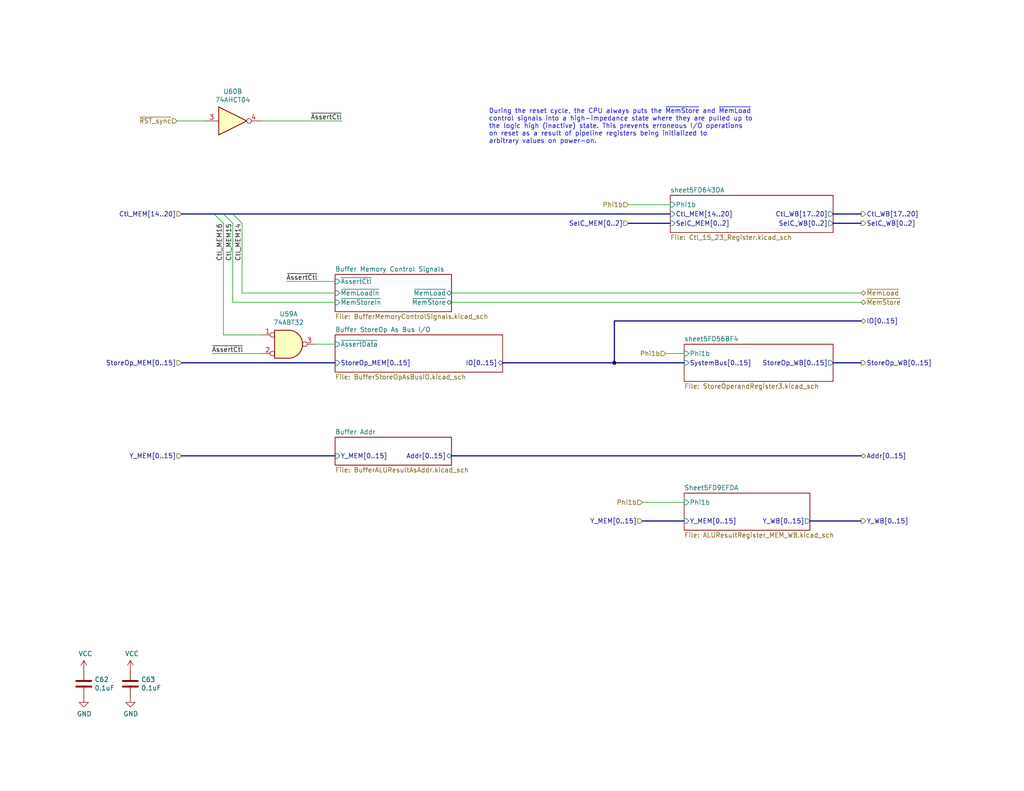
<source format=kicad_sch>
(kicad_sch (version 20230121) (generator eeschema)
  (paper "USLetter")
  (title_block (title "MEM") (date "2023-11-25") (rev "A") (comment 3 "These devices connect to the main board via a connector described in another sheet.") (comment 4 "The MEM stage interfaces with memory and memory-mapped peripherals."))
  (lib_symbols
    (symbol "Device:C" (pin_numbers hide) (pin_names (offset 0.254))
      (property "Reference" "C" (at 0.635 2.54 0))
      (property "Value" "C" (at 0.635 -2.54 0))
      (symbol "C_0_1"
        (polyline (pts (xy -2.032 -0.762) (xy 2.032 -0.762)) (stroke (width 0.508)))
        (polyline (pts (xy -2.032 0.762) (xy 2.032 0.762)) (stroke (width 0.508)))
      )
      (symbol "C_1_1"
        (pin passive line (at 0 3.81 270) (length 2.794) (name "~") (number "1"))
        (pin passive line (at 0 -3.81 90) (length 2.794) (name "~") (number "2"))
      )
    )
    (symbol "Turtle16:74ABT32" (pin_names (offset 1.016))
      (property "Reference" "U" (at 0 1.27 0))
      (property "Value" "74ABT32" (at 0 -1.27 0))
      (symbol "74ABT32_1_1"
        (arc (start -3.81 -3.81) (mid -2.589 0) (end -3.81 3.81) (stroke (width 0.254)))
        (arc (start -0.6096 -3.81) (mid 2.1842 -2.5851) (end 3.81 0) (stroke (width 0.254)) (fill (type background)))
        (polyline (pts (xy -3.81 -3.81) (xy -0.635 -3.81)) (stroke (width 0.254)) (fill (type background)))
        (polyline (pts (xy -3.81 3.81) (xy -0.635 3.81)) (stroke (width 0.254)) (fill (type background)))
        (polyline (pts (xy -0.635 3.81) (xy -3.81 3.81) (xy -3.81 3.81) (xy -3.556 3.4036) (xy -3.0226 2.2606) (xy -2.6924 1.0414) (xy -2.6162 -0.254) (xy -2.7686 -1.4986) (xy -3.175 -2.7178) (xy -3.81 -3.81) (xy -3.81 -3.81) (xy -0.635 -3.81)) (stroke (width -25.4)) (fill (type background)))
        (arc (start 3.81 0) (mid 2.1915 2.5936) (end -0.6096 3.81) (stroke (width 0.254)) (fill (type background)))
        (pin input line (at -7.62 2.54 0) (length 4.318) (name "~") (number "1"))
        (pin input line (at -7.62 -2.54 0) (length 4.318) (name "~") (number "2"))
        (pin output line (at 7.62 0 180) (length 3.81) (name "~") (number "3"))
      )
      (symbol "74ABT32_1_2"
        (arc (start 0 -3.81) (mid 3.7934 0) (end 0 3.81) (stroke (width 0.254)) (fill (type background)))
        (polyline (pts (xy 0 3.81) (xy -3.81 3.81) (xy -3.81 -3.81) (xy 0 -3.81)) (stroke (width 0.254)) (fill (type background)))
        (pin input inverted (at -7.62 2.54 0) (length 3.81) (name "~") (number "1"))
        (pin input inverted (at -7.62 -2.54 0) (length 3.81) (name "~") (number "2"))
        (pin output inverted (at 7.62 0 180) (length 3.81) (name "~") (number "3"))
      )
      (symbol "74ABT32_2_1"
        (arc (start -3.81 -3.81) (mid -2.589 0) (end -3.81 3.81) (stroke (width 0.254)))
        (arc (start -0.6096 -3.81) (mid 2.1842 -2.5851) (end 3.81 0) (stroke (width 0.254)) (fill (type background)))
        (polyline (pts (xy -3.81 -3.81) (xy -0.635 -3.81)) (stroke (width 0.254)) (fill (type background)))
        (polyline (pts (xy -3.81 3.81) (xy -0.635 3.81)) (stroke (width 0.254)) (fill (type background)))
        (polyline (pts (xy -0.635 3.81) (xy -3.81 3.81) (xy -3.81 3.81) (xy -3.556 3.4036) (xy -3.0226 2.2606) (xy -2.6924 1.0414) (xy -2.6162 -0.254) (xy -2.7686 -1.4986) (xy -3.175 -2.7178) (xy -3.81 -3.81) (xy -3.81 -3.81) (xy -0.635 -3.81)) (stroke (width -25.4)) (fill (type background)))
        (arc (start 3.81 0) (mid 2.1915 2.5936) (end -0.6096 3.81) (stroke (width 0.254)) (fill (type background)))
        (pin input line (at -7.62 2.54 0) (length 4.318) (name "~") (number "4"))
        (pin input line (at -7.62 -2.54 0) (length 4.318) (name "~") (number "5"))
        (pin output line (at 7.62 0 180) (length 3.81) (name "~") (number "6"))
      )
      (symbol "74ABT32_2_2"
        (arc (start 0 -3.81) (mid 3.7934 0) (end 0 3.81) (stroke (width 0.254)) (fill (type background)))
        (polyline (pts (xy 0 3.81) (xy -3.81 3.81) (xy -3.81 -3.81) (xy 0 -3.81)) (stroke (width 0.254)) (fill (type background)))
        (pin input inverted (at -7.62 2.54 0) (length 3.81) (name "~") (number "4"))
        (pin input inverted (at -7.62 -2.54 0) (length 3.81) (name "~") (number "5"))
        (pin output inverted (at 7.62 0 180) (length 3.81) (name "~") (number "6"))
      )
      (symbol "74ABT32_3_1"
        (arc (start -3.81 -3.81) (mid -2.589 0) (end -3.81 3.81) (stroke (width 0.254)))
        (arc (start -0.6096 -3.81) (mid 2.1842 -2.5851) (end 3.81 0) (stroke (width 0.254)) (fill (type background)))
        (polyline (pts (xy -3.81 -3.81) (xy -0.635 -3.81)) (stroke (width 0.254)) (fill (type background)))
        (polyline (pts (xy -3.81 3.81) (xy -0.635 3.81)) (stroke (width 0.254)) (fill (type background)))
        (polyline (pts (xy -0.635 3.81) (xy -3.81 3.81) (xy -3.81 3.81) (xy -3.556 3.4036) (xy -3.0226 2.2606) (xy -2.6924 1.0414) (xy -2.6162 -0.254) (xy -2.7686 -1.4986) (xy -3.175 -2.7178) (xy -3.81 -3.81) (xy -3.81 -3.81) (xy -0.635 -3.81)) (stroke (width -25.4)) (fill (type background)))
        (arc (start 3.81 0) (mid 2.1915 2.5936) (end -0.6096 3.81) (stroke (width 0.254)) (fill (type background)))
        (pin input line (at -7.62 -2.54 0) (length 4.318) (name "~") (number "10"))
        (pin output line (at 7.62 0 180) (length 3.81) (name "~") (number "8"))
        (pin input line (at -7.62 2.54 0) (length 4.318) (name "~") (number "9"))
      )
      (symbol "74ABT32_3_2"
        (arc (start 0 -3.81) (mid 3.7934 0) (end 0 3.81) (stroke (width 0.254)) (fill (type background)))
        (polyline (pts (xy 0 3.81) (xy -3.81 3.81) (xy -3.81 -3.81) (xy 0 -3.81)) (stroke (width 0.254)) (fill (type background)))
        (pin input inverted (at -7.62 -2.54 0) (length 3.81) (name "~") (number "10"))
        (pin output inverted (at 7.62 0 180) (length 3.81) (name "~") (number "8"))
        (pin input inverted (at -7.62 2.54 0) (length 3.81) (name "~") (number "9"))
      )
      (symbol "74ABT32_4_1"
        (arc (start -3.81 -3.81) (mid -2.589 0) (end -3.81 3.81) (stroke (width 0.254)))
        (arc (start -0.6096 -3.81) (mid 2.1842 -2.5851) (end 3.81 0) (stroke (width 0.254)) (fill (type background)))
        (polyline (pts (xy -3.81 -3.81) (xy -0.635 -3.81)) (stroke (width 0.254)) (fill (type background)))
        (polyline (pts (xy -3.81 3.81) (xy -0.635 3.81)) (stroke (width 0.254)) (fill (type background)))
        (polyline (pts (xy -0.635 3.81) (xy -3.81 3.81) (xy -3.81 3.81) (xy -3.556 3.4036) (xy -3.0226 2.2606) (xy -2.6924 1.0414) (xy -2.6162 -0.254) (xy -2.7686 -1.4986) (xy -3.175 -2.7178) (xy -3.81 -3.81) (xy -3.81 -3.81) (xy -0.635 -3.81)) (stroke (width -25.4)) (fill (type background)))
        (arc (start 3.81 0) (mid 2.1915 2.5936) (end -0.6096 3.81) (stroke (width 0.254)) (fill (type background)))
        (pin output line (at 7.62 0 180) (length 3.81) (name "~") (number "11"))
        (pin input line (at -7.62 2.54 0) (length 4.318) (name "~") (number "12"))
        (pin input line (at -7.62 -2.54 0) (length 4.318) (name "~") (number "13"))
      )
      (symbol "74ABT32_4_2"
        (arc (start 0 -3.81) (mid 3.7934 0) (end 0 3.81) (stroke (width 0.254)) (fill (type background)))
        (polyline (pts (xy 0 3.81) (xy -3.81 3.81) (xy -3.81 -3.81) (xy 0 -3.81)) (stroke (width 0.254)) (fill (type background)))
        (pin output inverted (at 7.62 0 180) (length 3.81) (name "~") (number "11"))
        (pin input inverted (at -7.62 2.54 0) (length 3.81) (name "~") (number "12"))
        (pin input inverted (at -7.62 -2.54 0) (length 3.81) (name "~") (number "13"))
      )
      (symbol "74ABT32_5_0"
        (pin power_in line (at 0 12.7 270) (length 5.08) (name "VCC") (number "14"))
        (pin power_in line (at 0 -12.7 90) (length 5.08) (name "GND") (number "7"))
      )
      (symbol "74ABT32_5_1"
        (rectangle (start -5.08 7.62) (end 5.08 -7.62) (stroke (width 0.254)) (fill (type background)))
      )
    )
    (symbol "Turtle16:74AHCT04"
      (property "Reference" "U" (at 0 1.27 0))
      (property "Value" "74AHCT04" (at 0 -1.27 0))
      (symbol "74AHCT04_1_0"
        (polyline (pts (xy -3.81 3.81) (xy -3.81 -3.81) (xy 3.81 0) (xy -3.81 3.81)) (stroke (width 0.254)) (fill (type background)))
        (pin input line (at -7.62 0 0) (length 3.81) (name "~") (number "1"))
        (pin output inverted (at 7.62 0 180) (length 3.81) (name "~") (number "2"))
      )
      (symbol "74AHCT04_2_0"
        (polyline (pts (xy -3.81 3.81) (xy -3.81 -3.81) (xy 3.81 0) (xy -3.81 3.81)) (stroke (width 0.254)) (fill (type background)))
        (pin input line (at -7.62 0 0) (length 3.81) (name "~") (number "3"))
        (pin output inverted (at 7.62 0 180) (length 3.81) (name "~") (number "4"))
      )
      (symbol "74AHCT04_3_0"
        (polyline (pts (xy -3.81 3.81) (xy -3.81 -3.81) (xy 3.81 0) (xy -3.81 3.81)) (stroke (width 0.254)) (fill (type background)))
        (pin input line (at -7.62 0 0) (length 3.81) (name "~") (number "5"))
        (pin output inverted (at 7.62 0 180) (length 3.81) (name "~") (number "6"))
      )
      (symbol "74AHCT04_4_0"
        (polyline (pts (xy -3.81 3.81) (xy -3.81 -3.81) (xy 3.81 0) (xy -3.81 3.81)) (stroke (width 0.254)) (fill (type background)))
        (pin output inverted (at 7.62 0 180) (length 3.81) (name "~") (number "8"))
        (pin input line (at -7.62 0 0) (length 3.81) (name "~") (number "9"))
      )
      (symbol "74AHCT04_5_0"
        (polyline (pts (xy -3.81 3.81) (xy -3.81 -3.81) (xy 3.81 0) (xy -3.81 3.81)) (stroke (width 0.254)) (fill (type background)))
        (pin output inverted (at 7.62 0 180) (length 3.81) (name "~") (number "10"))
        (pin input line (at -7.62 0 0) (length 3.81) (name "~") (number "11"))
      )
      (symbol "74AHCT04_6_0"
        (polyline (pts (xy -3.81 3.81) (xy -3.81 -3.81) (xy 3.81 0) (xy -3.81 3.81)) (stroke (width 0.254)) (fill (type background)))
        (pin output inverted (at 7.62 0 180) (length 3.81) (name "~") (number "12"))
        (pin input line (at -7.62 0 0) (length 3.81) (name "~") (number "13"))
      )
      (symbol "74AHCT04_7_0"
        (pin power_in line (at 0 12.7 270) (length 5.08) (name "VCC") (number "14"))
        (pin power_in line (at 0 -12.7 90) (length 5.08) (name "GND") (number "7"))
      )
      (symbol "74AHCT04_7_1"
        (rectangle (start -5.08 7.62) (end 5.08 -7.62) (stroke (width 0.254)) (fill (type background)))
      )
    )
    (symbol "power:GND" (power) (pin_names (offset 0))
      (property "Value" "GND" (at 0 -3.81 0))
      (symbol "GND_0_1"
        (polyline (pts (xy 0 0) (xy 0 -1.27) (xy 1.27 -1.27) (xy 0 -2.54) (xy -1.27 -1.27) (xy 0 -1.27)))
      )
      (symbol "GND_1_1"
        (pin power_in line (at 0 0 270) (length 0) hide (name "GND") (number "1"))
      )
    )
    (symbol "power:VCC" (power) (pin_names (offset 0))
      (property "Value" "VCC" (at 0 3.81 0))
      (symbol "VCC_0_1"
        (polyline (pts (xy -0.762 1.27) (xy 0 2.54)))
        (polyline (pts (xy 0 0) (xy 0 2.54)))
        (polyline (pts (xy 0 2.54) (xy 0.762 1.27)))
      )
      (symbol "VCC_1_1"
        (pin power_in line (at 0 0 90) (length 0) hide (name "VCC") (number "1"))
      )
    )
  )
  (junction (at -44.45 111.125))
  (junction (at -44.45 146.05))
  (junction (at -21.59 133.985))
  (junction (at -44.45 130.81))
  (junction (at -44.45 116.205))
  (junction (at 167.64 99.06))
  (junction (at -21.59 146.05))
  (junction (at -44.45 140.97))
  (junction (at -44.45 125.73))
  (no_connect (at -6.35 146.05))
  (no_connect (at -6.35 133.985))
  (no_connect (at -26.67 128.27))
  (no_connect (at -26.67 113.665))
  (no_connect (at -26.67 143.51))
  (bus_entry (at 58.42 58.42) (size 2.54 2.54))
  (bus_entry (at 63.5 58.42) (size 2.54 2.54))
  (bus_entry (at 60.96 58.42) (size 2.54 2.54))
  (bus (pts (xy 234.95 99.06) (xy 227.33 99.06)))
  (wire (pts (xy -21.59 133.985) (xy -21.59 146.05)))
  (wire (pts (xy 181.61 96.52) (xy 186.69 96.52)))
  (wire (pts (xy -21.59 97.79) (xy -21.59 133.985)))
  (bus (pts (xy 234.95 142.24) (xy 220.98 142.24)))
  (bus (pts (xy 63.5 58.42) (xy 182.88 58.42)))
  (wire (pts (xy -44.45 130.81) (xy -44.45 140.97)))
  (wire (pts (xy 60.96 60.96) (xy 60.96 91.44)))
  (wire (pts (xy 66.04 60.96) (xy 66.04 80.01)))
  (wire (pts (xy -44.45 99.06) (xy -44.45 111.125)))
  (bus (pts (xy 227.33 58.42) (xy 234.95 58.42)))
  (wire (pts (xy -44.45 116.205) (xy -44.45 125.73)))
  (wire (pts (xy -44.45 146.05) (xy -44.45 152.4)))
  (wire (pts (xy -44.45 116.205) (xy -41.91 116.205)))
  (wire (pts (xy 171.45 55.88) (xy 182.88 55.88)))
  (bus (pts (xy 123.19 124.46) (xy 234.95 124.46)))
  (wire (pts (xy -21.59 179.07) (xy -21.59 180.34)))
  (wire (pts (xy 60.96 91.44) (xy 71.12 91.44)))
  (wire (pts (xy -44.45 125.73) (xy -44.45 130.81)))
  (wire (pts (xy -44.45 179.07) (xy -44.45 177.8)))
  (bus (pts (xy 167.64 87.63) (xy 167.64 99.06)))
  (wire (pts (xy -41.91 125.73) (xy -44.45 125.73)))
  (wire (pts (xy 66.04 80.01) (xy 91.44 80.01)))
  (bus (pts (xy 167.64 99.06) (xy 186.69 99.06)))
  (bus (pts (xy 49.53 58.42) (xy 58.42 58.42)))
  (bus (pts (xy 167.64 87.63) (xy 234.95 87.63)))
  (wire (pts (xy -41.91 146.05) (xy -44.45 146.05)))
  (wire (pts (xy -44.45 111.125) (xy -41.91 111.125)))
  (wire (pts (xy -41.91 130.81) (xy -44.45 130.81)))
  (wire (pts (xy 63.5 60.96) (xy 63.5 82.55)))
  (bus (pts (xy 175.26 142.24) (xy 186.69 142.24)))
  (bus (pts (xy 58.42 58.42) (xy 60.96 58.42)))
  (bus (pts (xy 60.96 58.42) (xy 63.5 58.42)))
  (bus (pts (xy 182.88 60.96) (xy 171.45 60.96)))
  (bus (pts (xy 137.16 99.06) (xy 167.64 99.06)))
  (wire (pts (xy -44.45 140.97) (xy -44.45 146.05)))
  (wire (pts (xy -21.59 146.05) (xy -21.59 153.67)))
  (bus (pts (xy 49.53 124.46) (xy 91.44 124.46)))
  (bus (pts (xy 227.33 60.96) (xy 234.95 60.96)))
  (wire (pts (xy 57.785 96.52) (xy 71.12 96.52)))
  (wire (pts (xy 78.105 76.835) (xy 91.44 76.835)))
  (bus (pts (xy 49.53 99.06) (xy 91.44 99.06)))
  (wire (pts (xy 55.88 33.02) (xy 48.26 33.02)))
  (wire (pts (xy 86.36 93.98) (xy 91.44 93.98)))
  (wire (pts (xy 234.95 82.55) (xy 123.19 82.55)))
  (wire (pts (xy 123.19 80.01) (xy 234.95 80.01)))
  (wire (pts (xy -44.45 111.125) (xy -44.45 116.205)))
  (wire (pts (xy 63.5 82.55) (xy 91.44 82.55)))
  (wire (pts (xy 93.345 33.02) (xy 71.12 33.02)))
  (wire (pts (xy -41.91 140.97) (xy -44.45 140.97)))
  (wire (pts (xy 175.26 137.16) (xy 186.69 137.16)))
  (text "During the reset cycle, the CPU always puts the ~{MemStore} and ~{MemLoad}\ncontrol signals into a high-impedance state where they are pulled up to\nthe logic high (inactive) state. This prevents erroneous I/O operations\non reset as a result of pipeline registers being initialized to\narbitrary values on power-on." (at 133.35 39.37 0) (effects (font (size 1.27 1.27)) (justify left bottom)))
  (label "Ctl_MEM15" (at 63.5 60.96 270))
  (label "~{AssertCtl}" (at 93.345 33.02 180))
  (label "~{AssertCtl}" (at 78.105 76.835 0))
  (label "Ctl_MEM14" (at 66.04 60.96 270))
  (label "~{AssertCtl}" (at 57.785 96.52 0))
  (label "Ctl_MEM16" (at 60.96 60.96 270))
  (hierarchical_label "Phi1b" (shape input) (at 175.26 137.16 180))
  (hierarchical_label "Phi1b" (shape input) (at 181.61 96.52 180))
  (hierarchical_label "Y_WB[0..15]" (shape output) (at 234.95 142.24 0))
  (hierarchical_label "~{MemStore}" (shape tri_state) (at 234.95 82.55 0))
  (hierarchical_label "Y_MEM[0..15]" (shape input) (at 175.26 142.24 180))
  (hierarchical_label "Y_MEM[0..15]" (shape input) (at 49.53 124.46 180))
  (hierarchical_label "~{RST_sync}" (shape input) (at 48.26 33.02 180))
  (hierarchical_label "Phi1b" (shape input) (at 171.45 55.88 180))
  (hierarchical_label "IO[0..15]" (shape tri_state) (at 234.95 87.63 0))
  (hierarchical_label "Ctl_WB[17..20]" (shape output) (at 234.95 58.42 0))
  (hierarchical_label "Ctl_MEM[14..20]" (shape input) (at 49.53 58.42 180))
  (hierarchical_label "StoreOp_WB[0..15]" (shape output) (at 234.95 99.06 0))
  (hierarchical_label "~{MemLoad}" (shape tri_state) (at 234.95 80.01 0))
  (hierarchical_label "SelC_WB[0..2]" (shape output) (at 234.95 60.96 0))
  (hierarchical_label "Addr[0..15]" (shape tri_state) (at 234.95 124.46 0))
  (hierarchical_label "SelC_MEM[0..2]" (shape input) (at 171.45 60.96 180))
  (hierarchical_label "StoreOp_MEM[0..15]" (shape input) (at 49.53 99.06 180))
  (symbol (lib_id "Turtle16:74AHCT04") (at -21.59 166.37 0) (unit 7)
    (property "Reference" "U60" (at -21.59 165.1 0))
    (property "Value" "74AHCT04" (at -21.59 167.64 0))
    (property "Footprint" "Package_SO:TSSOP-14_4.4x5mm_P0.65mm" (effects hide))
    (property "Datasheet" "https://assets.nexperia.com/documents/data-sheet/74AHC_AHCT04.pdf" (effects hide))
    (property "Manufacturer" "Nexperia" (effects hide))
    (property "Manufacturer#" "74AHCT04APWJ" (effects hide))
    (property "Mouser#" "771-74AHCT04APWJ" (effects hide))
    (property "Digikey#" "1727-74AHCT04APWJCT-ND" (effects hide))
  )
  (symbol (lib_id "Turtle16:74AHCT04") (at -13.97 146.05 0) (unit 6)
    (property "Reference" "U60" (at -13.97 137.9982 0))
    (property "Value" "74AHCT04" (at -13.97 140.3096 0))
    (property "Footprint" "Package_SO:TSSOP-14_4.4x5mm_P0.65mm" (effects hide))
    (property "Datasheet" "https://assets.nexperia.com/documents/data-sheet/74AHC_AHCT04.pdf" (effects hide))
    (property "Manufacturer" "Nexperia" (effects hide))
    (property "Manufacturer#" "74AHCT04APWJ" (effects hide))
    (property "Mouser#" "771-74AHCT04APWJ" (effects hide))
    (property "Digikey#" "1727-74AHCT04APWJCT-ND" (effects hide))
  )
  (symbol (lib_id "power:VCC") (at -21.59 97.79 0) (unit 1)
    (property "Reference" "#PWR0372" (effects hide))
    (property "Value" "VCC" (at -21.1582 93.3958 0))
  )
  (symbol (lib_id "power:GND") (at -21.59 180.34 0) (mirror y) (unit 1)
    (property "Reference" "#PWR0373" (effects hide))
    (property "Value" "GND" (at -21.717 184.7342 0))
  )
  (symbol (lib_id "Turtle16:74AHCT04") (at 63.5 33.02 0) (unit 2)
    (property "Reference" "U60" (at 63.5 24.9682 0))
    (property "Value" "74AHCT04" (at 63.5 27.2796 0))
    (property "Footprint" "Package_SO:TSSOP-14_4.4x5mm_P0.65mm" (effects hide))
    (property "Datasheet" "https://assets.nexperia.com/documents/data-sheet/74AHC_AHCT04.pdf" (effects hide))
    (property "Manufacturer" "Nexperia" (effects hide))
    (property "Manufacturer#" "74AHCT04APWJ" (effects hide))
    (property "Mouser#" "771-74AHCT04APWJ" (effects hide))
    (property "Digikey#" "1727-74AHCT04APWJCT-ND" (effects hide))
  )
  (symbol (lib_id "power:GND") (at 22.86 190.5 0) (unit 1)
    (property "Reference" "#PWR0375" (effects hide))
    (property "Value" "GND" (at 22.987 194.8942 0))
  )
  (symbol (lib_id "power:VCC") (at 22.86 182.88 0) (unit 1)
    (property "Reference" "#PWR0374" (effects hide))
    (property "Value" "VCC" (at 23.2918 178.4858 0))
  )
  (symbol (lib_id "Device:C") (at 22.86 186.69 0) (unit 1)
    (property "Reference" "C62" (at 25.781 185.5216 0) (effects (justify left)))
    (property "Value" "0.1uF" (at 25.781 187.833 0) (effects (justify left)))
    (property "Footprint" "Capacitor_SMD:C_0603_1608Metric" (effects hide))
    (property "Datasheet" "https://www.mouser.com/datasheet/2/396/taiyo_yuden_12132018_mlcc11_hq_e-1510082.pdf" (effects hide))
    (property "Manufacturer" "Taiyo Yuden" (effects hide))
    (property "Manufacturer#" "EMK107B7104KAHT" (effects hide))
    (property "Mouser#" "963-EMK107B7104KAHT" (effects hide))
    (property "Digikey#" "587-6004-1-ND" (effects hide))
  )
  (symbol (lib_id "power:VCC") (at -44.45 99.06 0) (unit 1)
    (property "Reference" "#PWR0370" (effects hide))
    (property "Value" "VCC" (at -44.0182 94.6658 0))
  )
  (symbol (lib_id "power:GND") (at -44.45 179.07 0) (unit 1)
    (property "Reference" "#PWR0371" (effects hide))
    (property "Value" "GND" (at -44.323 183.4642 0))
  )
  (symbol (lib_id "Turtle16:74ABT32") (at -34.29 113.665 0) (unit 2)
    (property "Reference" "U59" (at -34.29 105.41 0))
    (property "Value" "74ABT32" (at -34.29 107.7214 0))
    (property "Footprint" "Package_SO:TSSOP-14_4.4x5mm_P0.65mm" (effects hide))
    (property "Datasheet" "https://www.mouser.com/datasheet/2/916/74ABT32-2937354.pdf" (effects hide))
    (property "Manufacturer" "Nexperia" (effects hide))
    (property "Manufacturer#" "74ABT32PW,118" (effects hide))
    (property "Mouser#" "771-ABT32PW118" (effects hide))
    (property "Digikey#" "1727-6509-1-ND" (effects hide))
  )
  (symbol (lib_id "Turtle16:74ABT32") (at -34.29 128.27 0) (unit 3)
    (property "Reference" "U59" (at -34.29 120.015 0))
    (property "Value" "74ABT32" (at -34.29 122.3264 0))
    (property "Footprint" "Package_SO:TSSOP-14_4.4x5mm_P0.65mm" (effects hide))
    (property "Datasheet" "https://www.mouser.com/datasheet/2/916/74ABT32-2937354.pdf" (effects hide))
    (property "Manufacturer" "Nexperia" (effects hide))
    (property "Manufacturer#" "74ABT32PW,118" (effects hide))
    (property "Mouser#" "771-ABT32PW118" (effects hide))
    (property "Digikey#" "1727-6509-1-ND" (effects hide))
  )
  (symbol (lib_id "Turtle16:74ABT32") (at -34.29 143.51 0) (unit 4)
    (property "Reference" "U59" (at -34.29 135.255 0))
    (property "Value" "74ABT32" (at -34.29 137.5664 0))
    (property "Footprint" "Package_SO:TSSOP-14_4.4x5mm_P0.65mm" (effects hide))
    (property "Datasheet" "https://www.mouser.com/datasheet/2/916/74ABT32-2937354.pdf" (effects hide))
    (property "Manufacturer" "Nexperia" (effects hide))
    (property "Manufacturer#" "74ABT32PW,118" (effects hide))
    (property "Mouser#" "771-ABT32PW118" (effects hide))
    (property "Digikey#" "1727-6509-1-ND" (effects hide))
  )
  (symbol (lib_id "Turtle16:74ABT32") (at -44.45 165.1 0) (unit 5)
    (property "Reference" "U59" (at -38.608 163.9316 0) (effects (justify left)))
    (property "Value" "74ABT32" (at -38.608 166.243 0) (effects (justify left)))
    (property "Footprint" "Package_SO:TSSOP-14_4.4x5mm_P0.65mm" (effects hide))
    (property "Datasheet" "https://www.mouser.com/datasheet/2/916/74ABT32-2937354.pdf" (effects hide))
    (property "Manufacturer" "Nexperia" (effects hide))
    (property "Manufacturer#" "74ABT32PW,118" (effects hide))
    (property "Mouser#" "771-ABT32PW118" (effects hide))
    (property "Digikey#" "1727-6509-1-ND" (effects hide))
  )
  (symbol (lib_id "Turtle16:74ABT32") (at 78.74 93.98 0) (unit 1) (convert 2)
    (property "Reference" "U59" (at 78.74 85.725 0))
    (property "Value" "74ABT32" (at 78.74 88.0364 0))
    (property "Footprint" "Package_SO:TSSOP-14_4.4x5mm_P0.65mm" (effects hide))
    (property "Datasheet" "https://www.mouser.com/datasheet/2/916/74ABT32-2937354.pdf" (effects hide))
    (property "Manufacturer" "Nexperia" (effects hide))
    (property "Manufacturer#" "74ABT32PW,118" (effects hide))
    (property "Mouser#" "771-ABT32PW118" (effects hide))
    (property "Digikey#" "1727-6509-1-ND" (effects hide))
  )
  (symbol (lib_id "Device:C") (at 35.56 186.69 0) (unit 1)
    (property "Reference" "C63" (at 38.481 185.5216 0) (effects (justify left)))
    (property "Value" "0.1uF" (at 38.481 187.833 0) (effects (justify left)))
    (property "Footprint" "Capacitor_SMD:C_0603_1608Metric" (effects hide))
    (property "Datasheet" "https://www.mouser.com/datasheet/2/396/taiyo_yuden_12132018_mlcc11_hq_e-1510082.pdf" (effects hide))
    (property "Manufacturer" "Taiyo Yuden" (effects hide))
    (property "Manufacturer#" "EMK107B7104KAHT" (effects hide))
    (property "Mouser#" "963-EMK107B7104KAHT" (effects hide))
    (property "Digikey#" "587-6004-1-ND" (effects hide))
  )
  (symbol (lib_id "power:GND") (at 35.56 190.5 0) (unit 1)
    (property "Reference" "#PWR0377" (effects hide))
    (property "Value" "GND" (at 35.687 194.8942 0))
  )
  (symbol (lib_id "power:VCC") (at 35.56 182.88 0) (unit 1)
    (property "Reference" "#PWR0376" (effects hide))
    (property "Value" "VCC" (at 35.9918 178.4858 0))
  )
  (symbol (lib_id "Turtle16:74AHCT04") (at -13.97 133.985 0) (unit 1)
    (property "Reference" "U60" (at -13.97 125.9332 0))
    (property "Value" "74AHCT04" (at -13.97 128.2446 0))
    (property "Footprint" "Package_SO:TSSOP-14_4.4x5mm_P0.65mm" (effects hide))
    (property "Datasheet" "https://assets.nexperia.com/documents/data-sheet/74AHC_AHCT04.pdf" (effects hide))
    (property "Manufacturer" "Nexperia" (effects hide))
    (property "Manufacturer#" "74AHCT04APWJ" (effects hide))
    (property "Mouser#" "771-74AHCT04APWJ" (effects hide))
    (property "Digikey#" "1727-74AHCT04APWJCT-ND" (effects hide))
  )
  (sheet (at 91.44 74.93) (size 31.75 10.16)
    (property "Sheetname" "Buffer Memory Control Signals" (at 91.44 74.2184 0) (effects (justify left bottom)))
    (property "Sheetfile" "BufferMemoryControlSignals.kicad_sch" (at 91.44 85.6746 0) (effects (justify left top)))
    (pin "~{MemLoadIn}" input (at 91.44 80.01 180))
    (pin "~{MemStoreIn}" input (at 91.44 82.55 180))
    (pin "~{MemLoad}" tri_state (at 123.19 80.01 0))
    (pin "~{MemStore}" tri_state (at 123.19 82.55 0))
    (pin "~{AssertCtl}" input (at 91.44 76.835 180))
  )
  (sheet (at 91.44 119.38) (size 31.75 7.62)
    (property "Sheetname" "Buffer Addr" (at 91.44 118.6684 0) (effects (justify left bottom)))
    (property "Sheetfile" "BufferALUResultAsAddr.kicad_sch" (at 91.44 127.5846 0) (effects (justify left top)))
    (pin "Addr[0..15]" tri_state (at 123.19 124.46 0))
    (pin "Y_MEM[0..15]" input (at 91.44 124.46 180))
  )
  (sheet (at 186.69 93.98) (size 40.64 10.16)
    (property "Sheetname" "sheet5FD56BF4" (at 186.69 93.2684 0) (effects (justify left bottom)))
    (property "Sheetfile" "StoreOperandRegister3.kicad_sch" (at 186.69 104.7246 0) (effects (justify left top)))
    (pin "SystemBus[0..15]" input (at 186.69 99.06 180))
    (pin "StoreOp_WB[0..15]" output (at 227.33 99.06 0))
    (pin "Phi1b" input (at 186.69 96.52 180))
  )
  (sheet (at 182.88 53.34) (size 44.45 10.16)
    (property "Sheetname" "sheet5FD643DA" (at 182.88 52.6284 0) (effects (justify left bottom)))
    (property "Sheetfile" "Ctl_15_23_Register.kicad_sch" (at 182.88 64.0846 0) (effects (justify left top)))
    (pin "SelC_MEM[0..2]" input (at 182.88 60.96 180))
    (pin "SelC_WB[0..2]" output (at 227.33 60.96 0))
    (pin "Ctl_WB[17..20]" output (at 227.33 58.42 0))
    (pin "Ctl_MEM[14..20]" input (at 182.88 58.42 180))
    (pin "Phi1b" input (at 182.88 55.88 180))
  )
  (sheet (at 186.69 134.62) (size 34.29 10.16)
    (property "Sheetname" "Sheet5FD9EFDA" (at 186.69 133.9084 0) (effects (justify left bottom)))
    (property "Sheetfile" "ALUResultRegister_MEM_WB.kicad_sch" (at 186.69 145.3646 0) (effects (justify left top)))
    (pin "Y_MEM[0..15]" input (at 186.69 142.24 180))
    (pin "Y_WB[0..15]" output (at 220.98 142.24 0))
    (pin "Phi1b" input (at 186.69 137.16 180))
  )
  (sheet (at 91.44 91.44) (size 45.72 10.16)
    (property "Sheetname" "Buffer StoreOp As Bus I/O" (at 91.44 90.7284 0) (effects (justify left bottom)))
    (property "Sheetfile" "BufferStoreOpAsBusIO.kicad_sch" (at 91.44 102.1846 0) (effects (justify left top)))
    (pin "IO[0..15]" tri_state (at 137.16 99.06 0))
    (pin "StoreOp_MEM[0..15]" input (at 91.44 99.06 180))
    (pin "~{AssertData}" input (at 91.44 93.98 180))
  )
)
</source>
